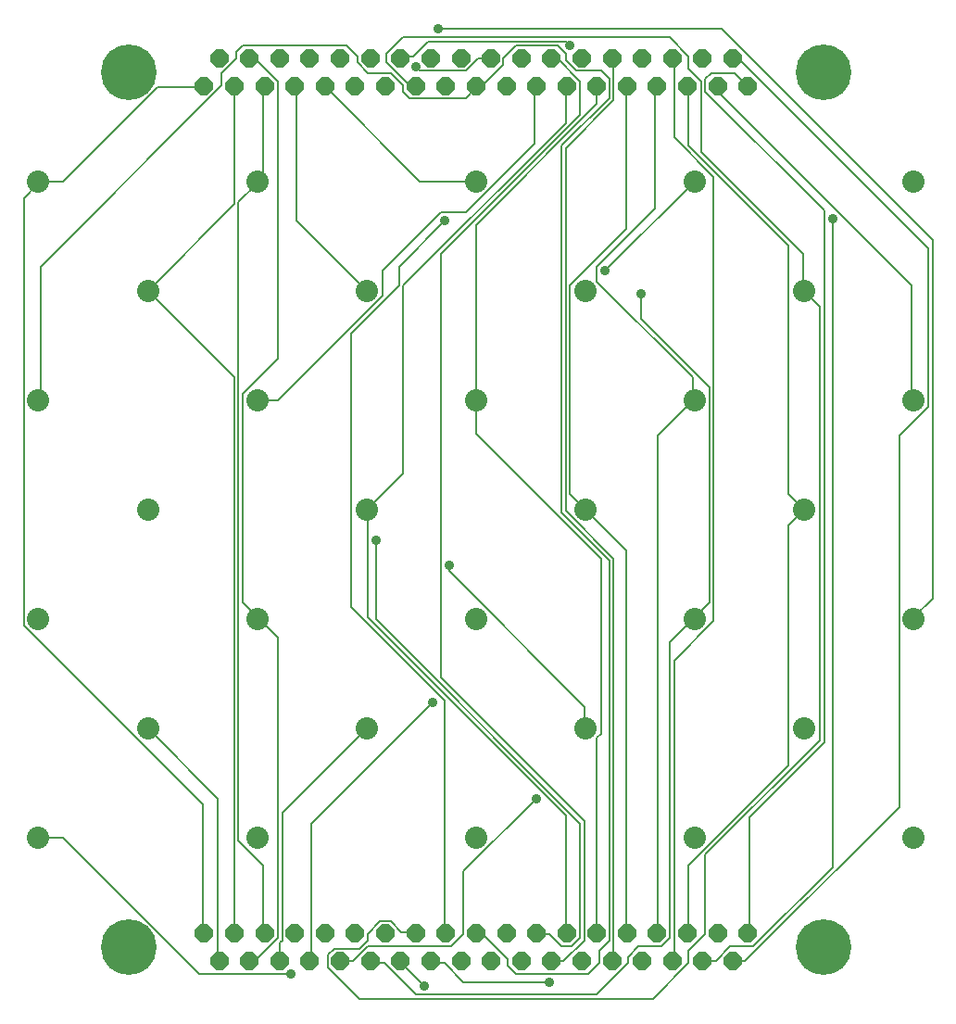
<source format=gbr>
G04 EAGLE Gerber RS-274X export*
G75*
%MOMM*%
%FSLAX34Y34*%
%LPD*%
%INTop Copper*%
%IPPOS*%
%AMOC8*
5,1,8,0,0,1.08239X$1,22.5*%
G01*
%ADD10P,1.759533X8X22.500000*%
%ADD11C,5.080000*%
%ADD12C,2.032000*%
%ADD13C,0.177800*%
%ADD14C,0.889000*%


D10*
X248412Y-487300D03*
X220726Y-487300D03*
X193294Y-487300D03*
X165608Y-487300D03*
X137922Y-487300D03*
X110490Y-487300D03*
X82804Y-487300D03*
X55118Y-487300D03*
X27686Y-487300D03*
X0Y-487300D03*
X-27686Y-487300D03*
X-55118Y-487300D03*
X-82804Y-487300D03*
X234696Y-512700D03*
X207010Y-512700D03*
X179324Y-512700D03*
X151892Y-512700D03*
X124206Y-512700D03*
X96520Y-512700D03*
X69088Y-512700D03*
X41402Y-512700D03*
X13716Y-512700D03*
X-13716Y-512700D03*
X-41402Y-512700D03*
X-69088Y-512700D03*
X-110490Y-487300D03*
X-138176Y-487300D03*
X-165608Y-487300D03*
X-193294Y-487300D03*
X-96520Y-512700D03*
X-124206Y-512700D03*
X-151892Y-512700D03*
X-179578Y-512700D03*
X-220980Y-487300D03*
X-248412Y-487300D03*
X-207010Y-512700D03*
X-234696Y-512700D03*
D11*
X-317500Y-500000D03*
X317500Y-500000D03*
D10*
X-248412Y287300D03*
X-220726Y287300D03*
X-193294Y287300D03*
X-165608Y287300D03*
X-137922Y287300D03*
X-110490Y287300D03*
X-82804Y287300D03*
X-55118Y287300D03*
X-27686Y287300D03*
X0Y287300D03*
X27686Y287300D03*
X55118Y287300D03*
X82804Y287300D03*
X-234696Y312700D03*
X-207010Y312700D03*
X-179324Y312700D03*
X-151892Y312700D03*
X-124206Y312700D03*
X-96520Y312700D03*
X-69088Y312700D03*
X-41402Y312700D03*
X-13716Y312700D03*
X13716Y312700D03*
X41402Y312700D03*
X69088Y312700D03*
X110490Y287300D03*
X138176Y287300D03*
X165608Y287300D03*
X193294Y287300D03*
X96774Y312700D03*
X124206Y312700D03*
X151892Y312700D03*
X179578Y312700D03*
X220980Y287300D03*
X248412Y287300D03*
X207010Y312700D03*
X234696Y312700D03*
D11*
X-317500Y300000D03*
X317500Y300000D03*
D12*
X-400000Y200000D03*
X-300000Y100000D03*
X-200000Y200000D03*
X-100000Y100000D03*
X0Y200000D03*
X100000Y100000D03*
X200000Y200000D03*
X300000Y100000D03*
X400000Y200000D03*
X-400000Y0D03*
X-300000Y-100000D03*
X-200000Y0D03*
X-100000Y-100000D03*
X0Y0D03*
X100000Y-100000D03*
X200000Y0D03*
X300000Y-100000D03*
X400000Y0D03*
X-400000Y-200000D03*
X-300000Y-300000D03*
X-200000Y-200000D03*
X-100000Y-300000D03*
X0Y-200000D03*
X100000Y-300000D03*
X200000Y-200000D03*
X300000Y-300000D03*
X400000Y-200000D03*
X-400000Y-400000D03*
X-200000Y-400000D03*
X0Y-400000D03*
X200000Y-400000D03*
X400000Y-400000D03*
D13*
X-249555Y-369570D02*
X-249555Y-485775D01*
X-249555Y-369570D02*
X-413385Y-205740D01*
X-413385Y184785D01*
X-400050Y198120D01*
X-249555Y-485775D02*
X-248412Y-487300D01*
X-400050Y198120D02*
X-400000Y200000D01*
X-291465Y285750D02*
X-249555Y285750D01*
X-291465Y285750D02*
X-377190Y200025D01*
X-398145Y200025D01*
X-249555Y285750D02*
X-248412Y287300D01*
X-398145Y200025D02*
X-400000Y200000D01*
X-194310Y-424815D02*
X-194310Y-485775D01*
X-194310Y-424815D02*
X-217170Y-401955D01*
X-217170Y180975D01*
X-200025Y198120D01*
X-194310Y-485775D02*
X-193294Y-487300D01*
X-200025Y198120D02*
X-200000Y200000D01*
X-194310Y203835D02*
X-194310Y285750D01*
X-194310Y203835D02*
X-198120Y200025D01*
X-194310Y285750D02*
X-193294Y287300D01*
X-198120Y200025D02*
X-200000Y200000D01*
X-51435Y200025D02*
X0Y200025D01*
X-51435Y200025D02*
X-137160Y285750D01*
X0Y200025D02*
X0Y200000D01*
X-137160Y285750D02*
X-137922Y287300D01*
X118110Y118110D02*
X200000Y200000D01*
D14*
X118110Y118110D03*
D13*
X-28575Y-274320D02*
X-28575Y-485775D01*
X-28575Y-274320D02*
X-114300Y-188595D01*
X-114300Y60960D01*
X-70485Y104775D01*
X-70485Y121920D01*
X-28575Y163830D01*
X-28575Y-485775D02*
X-27686Y-487300D01*
D14*
X-28575Y163830D03*
D13*
X81915Y-379095D02*
X81915Y-485775D01*
X81915Y-379095D02*
X-99060Y-198120D01*
X-99060Y-100965D01*
X81915Y-485775D02*
X82804Y-487300D01*
X-99060Y-100965D02*
X-100000Y-100000D01*
X81915Y253365D02*
X81915Y285750D01*
X81915Y253365D02*
X-66675Y104775D01*
X-66675Y-66675D01*
X-100000Y-100000D01*
X81915Y285750D02*
X82804Y287300D01*
X137160Y-137160D02*
X137160Y-485775D01*
X137160Y-137160D02*
X100000Y-100000D01*
X137160Y-485775D02*
X137922Y-487300D01*
X137160Y156210D02*
X137160Y285750D01*
X137160Y156210D02*
X85725Y104775D01*
X85725Y-85725D01*
X100000Y-100000D01*
X137160Y285750D02*
X138176Y287300D01*
X194310Y-424815D02*
X194310Y-485775D01*
X194310Y-424815D02*
X285750Y-333375D01*
X285750Y-114300D01*
X299085Y-100965D01*
X194310Y-485775D02*
X193294Y-487300D01*
X299085Y-100965D02*
X300000Y-100000D01*
X194310Y232410D02*
X194310Y285750D01*
X194310Y232410D02*
X285750Y140970D01*
X285750Y-85725D01*
X299085Y-99060D01*
X194310Y285750D02*
X193294Y287300D01*
X299085Y-99060D02*
X300000Y-100000D01*
X249555Y-381000D02*
X249555Y-485775D01*
X249555Y-381000D02*
X318135Y-312420D01*
X318135Y173355D01*
X209550Y281940D01*
X209550Y293370D01*
X215265Y299085D01*
X236220Y299085D01*
X247650Y287655D01*
X249555Y-485775D02*
X248412Y-487300D01*
X248412Y287300D02*
X247650Y287655D01*
X-220980Y20955D02*
X-220980Y-487300D01*
X-220980Y20955D02*
X-299085Y99060D01*
X-300000Y100000D01*
X-220980Y179070D02*
X-220980Y285750D01*
X-220980Y179070D02*
X-299085Y100965D01*
X-220980Y285750D02*
X-220726Y287300D01*
X-299085Y100965D02*
X-300000Y100000D01*
X-163830Y163830D02*
X-163830Y285750D01*
X-163830Y163830D02*
X-100000Y100000D01*
X-163830Y285750D02*
X-165608Y287300D01*
X-68580Y-485775D02*
X-55245Y-485775D01*
X-68580Y-485775D02*
X-78105Y-476250D01*
X-87630Y-476250D01*
X-99060Y-487680D01*
X-99060Y-493395D01*
X-106680Y-501015D01*
X-129540Y-501015D01*
X-135255Y-506730D01*
X-135255Y-518160D01*
X-106680Y-546735D01*
X161925Y-546735D01*
X194310Y-514350D01*
X194310Y-502920D01*
X209550Y-487680D01*
X209550Y-415290D01*
X314325Y-310515D01*
X314325Y85725D01*
X300990Y99060D01*
X-55245Y-485775D02*
X-55118Y-487300D01*
X300990Y99060D02*
X300000Y100000D01*
X-55245Y287655D02*
X-60960Y287655D01*
X-81915Y308610D01*
X-81915Y316230D01*
X-66675Y331470D01*
X177165Y331470D01*
X194310Y314325D01*
X194310Y302895D01*
X205740Y291465D01*
X205740Y226695D01*
X299085Y133350D01*
X299085Y100965D01*
X-55118Y287300D02*
X-55245Y287655D01*
X299085Y100965D02*
X300000Y100000D01*
X5715Y-487680D02*
X0Y-487680D01*
X5715Y-487680D02*
X28575Y-510540D01*
X28575Y-516255D01*
X36195Y-523875D01*
X102870Y-523875D01*
X112395Y-514350D01*
X112395Y-502920D01*
X121920Y-493395D01*
X121920Y-146685D01*
X78105Y-102870D01*
X78105Y232410D01*
X121920Y276225D01*
X121920Y293370D01*
X114300Y300990D01*
X91440Y300990D01*
X81915Y310515D01*
X81915Y316230D01*
X74295Y323850D01*
X36195Y323850D01*
X24765Y312420D01*
X24765Y306705D01*
X5715Y287655D01*
X0Y287655D01*
X0Y-487300D02*
X0Y-487680D01*
X0Y287300D02*
X0Y287655D01*
X-398145Y121920D02*
X-398145Y0D01*
X-398145Y121920D02*
X-232410Y287655D01*
X-232410Y299085D01*
X-219075Y312420D01*
X-219075Y318135D01*
X-213360Y323850D01*
X-118110Y323850D01*
X-108585Y314325D01*
X-108585Y308610D01*
X-99060Y299085D01*
X-78105Y299085D01*
X-66675Y287655D01*
X-66675Y281940D01*
X-60960Y276225D01*
X-9525Y276225D01*
X0Y285750D01*
X-398145Y0D02*
X-400000Y0D01*
X0Y285750D02*
X0Y287300D01*
X55245Y-487680D02*
X66675Y-487680D01*
X78105Y-499110D01*
X87630Y-499110D01*
X95250Y-491490D01*
X95250Y-386715D01*
X-91440Y-200025D01*
X-91440Y-127635D01*
X55118Y-487300D02*
X55245Y-487680D01*
X53340Y234315D02*
X53340Y285750D01*
X53340Y234315D02*
X-9525Y171450D01*
X-32385Y171450D01*
X-85725Y118110D01*
X-85725Y95250D01*
X-180975Y0D01*
X-200000Y0D01*
X53340Y285750D02*
X55118Y287300D01*
D14*
X-91440Y-127635D03*
D13*
X110490Y-308610D02*
X110490Y-487300D01*
X110490Y-308610D02*
X114300Y-304800D01*
X114300Y-144780D01*
X0Y-30480D01*
X0Y0D01*
X110490Y270510D02*
X110490Y287300D01*
X110490Y270510D02*
X0Y160020D01*
X0Y0D01*
X165735Y-32385D02*
X165735Y-485775D01*
X165735Y-32385D02*
X198120Y0D01*
X165735Y-485775D02*
X165608Y-487300D01*
X163830Y175260D02*
X163830Y285750D01*
X163830Y175260D02*
X110490Y121920D01*
X110490Y108585D01*
X198120Y20955D01*
X198120Y0D01*
X163830Y285750D02*
X165608Y287300D01*
X198120Y0D02*
X200000Y0D01*
X220980Y281940D02*
X220980Y287300D01*
X220980Y281940D02*
X398145Y104775D01*
X398145Y0D01*
X400000Y0D01*
X-236220Y-363855D02*
X-236220Y-512445D01*
X-236220Y-363855D02*
X-299085Y-300990D01*
X-236220Y-512445D02*
X-234696Y-512700D01*
X-299085Y-300990D02*
X-300000Y-300000D01*
X-179070Y-495300D02*
X-179070Y-512445D01*
X-179070Y-495300D02*
X-177165Y-493395D01*
X-177165Y-377190D01*
X-100965Y-300990D01*
X-179070Y-512445D02*
X-179578Y-512700D01*
X-100965Y-300990D02*
X-100000Y-300000D01*
X-112395Y-512445D02*
X-123825Y-512445D01*
X-112395Y-512445D02*
X-99060Y-499110D01*
X-22860Y-499110D01*
X-11430Y-487680D01*
X-11430Y-430530D01*
X55245Y-363855D01*
X-123825Y-512445D02*
X-124206Y-512700D01*
X-24765Y-156210D02*
X-24765Y-150495D01*
X-24765Y-156210D02*
X99060Y-280035D01*
X99060Y-299085D01*
X100000Y-300000D01*
D14*
X55245Y-363855D03*
X-24765Y-150495D03*
D13*
X-68580Y-514350D02*
X-47625Y-535305D01*
X-68580Y-514350D02*
X-69088Y-512700D01*
X-68580Y314325D02*
X-57150Y314325D01*
X-43815Y327660D01*
X81915Y327660D01*
X85725Y323850D01*
X-68580Y314325D02*
X-69088Y312700D01*
D14*
X-47625Y-535305D03*
X85725Y323850D03*
D13*
X-169545Y-523875D02*
X-253365Y-523875D01*
X-377190Y-400050D01*
X-398145Y-400050D01*
X-400000Y-400000D01*
D14*
X-169545Y-523875D03*
D13*
X207645Y-512445D02*
X219075Y-512445D01*
X232410Y-499110D01*
X253365Y-499110D01*
X325755Y-426720D01*
X325755Y165735D01*
X207645Y-512445D02*
X207010Y-512700D01*
D14*
X325755Y165735D03*
D13*
X-201930Y-512445D02*
X-205740Y-512445D01*
X-201930Y-512445D02*
X-180975Y-491490D01*
X-180975Y-217170D01*
X-198120Y-200025D01*
X-205740Y-512445D02*
X-207010Y-512700D01*
X-200000Y-200000D02*
X-198120Y-200025D01*
X-201930Y312420D02*
X-205740Y312420D01*
X-201930Y312420D02*
X-180975Y291465D01*
X-180975Y38100D01*
X-213360Y5715D01*
X-213360Y-184785D01*
X-200025Y-198120D01*
X-205740Y312420D02*
X-207010Y312700D01*
X-200025Y-198120D02*
X-200000Y-200000D01*
X-150495Y-386715D02*
X-150495Y-512445D01*
X-150495Y-386715D02*
X-40005Y-276225D01*
X-150495Y-512445D02*
X-151892Y-512700D01*
D14*
X-40005Y-276225D03*
D13*
X-83820Y-514350D02*
X-95250Y-514350D01*
X-83820Y-514350D02*
X-55245Y-542925D01*
X110490Y-542925D01*
X139065Y-514350D01*
X139065Y-508635D01*
X148590Y-499110D01*
X169545Y-499110D01*
X177165Y-491490D01*
X177165Y-220980D01*
X198120Y-200025D01*
X-96520Y-512700D02*
X-95250Y-514350D01*
X198120Y-200025D02*
X200000Y-200000D01*
X150495Y74295D02*
X150495Y97155D01*
X150495Y74295D02*
X213360Y11430D01*
X213360Y-184785D01*
X200025Y-198120D01*
X200000Y-200000D01*
D14*
X150495Y97155D03*
D13*
X-28575Y-514350D02*
X-40005Y-514350D01*
X-28575Y-514350D02*
X-11430Y-531495D01*
X66675Y-531495D01*
X-40005Y-514350D02*
X-41402Y-512700D01*
X-34290Y339090D02*
X224790Y339090D01*
X417195Y146685D01*
X417195Y-180975D01*
X400050Y-198120D01*
X400000Y-200000D01*
D14*
X66675Y-531495D03*
X-34290Y339090D03*
D13*
X1905Y312420D02*
X13335Y312420D01*
X1905Y312420D02*
X-9525Y300990D01*
X-51435Y300990D01*
X-55245Y304800D01*
X13335Y312420D02*
X13716Y312700D01*
D14*
X-55245Y304800D03*
D13*
X70485Y312420D02*
X74295Y312420D01*
X95250Y291465D01*
X95250Y260985D01*
X-32385Y133350D01*
X-32385Y-253365D01*
X99060Y-384810D01*
X99060Y-493395D01*
X80010Y-512445D01*
X70485Y-512445D01*
X70485Y312420D02*
X69088Y312700D01*
X70485Y-512445D02*
X69088Y-512700D01*
X125730Y-512445D02*
X125730Y-144780D01*
X81915Y-100965D01*
X81915Y230505D01*
X125730Y274320D01*
X125730Y312420D01*
X125730Y-512445D02*
X124206Y-512700D01*
X125730Y312420D02*
X124206Y312700D01*
X180975Y-238125D02*
X180975Y-512445D01*
X180975Y-238125D02*
X217170Y-201930D01*
X217170Y203835D01*
X180975Y240030D01*
X180975Y312420D01*
X180975Y-512445D02*
X179324Y-512700D01*
X180975Y312420D02*
X179578Y312700D01*
X236220Y-512445D02*
X245745Y-512445D01*
X386715Y-371475D01*
X386715Y-32385D01*
X413385Y-5715D01*
X413385Y139065D01*
X240030Y312420D01*
X236220Y312420D01*
X236220Y-512445D02*
X234696Y-512700D01*
X236220Y312420D02*
X234696Y312700D01*
M02*

</source>
